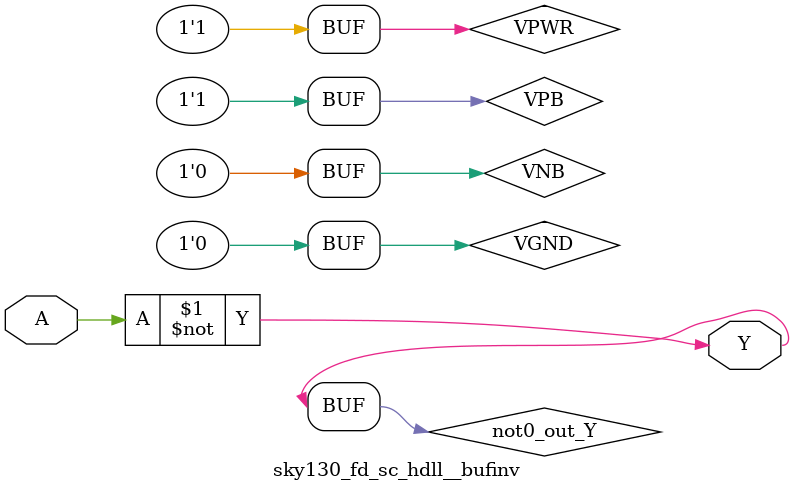
<source format=v>
/*
 * Copyright 2020 The SkyWater PDK Authors
 *
 * Licensed under the Apache License, Version 2.0 (the "License");
 * you may not use this file except in compliance with the License.
 * You may obtain a copy of the License at
 *
 *     https://www.apache.org/licenses/LICENSE-2.0
 *
 * Unless required by applicable law or agreed to in writing, software
 * distributed under the License is distributed on an "AS IS" BASIS,
 * WITHOUT WARRANTIES OR CONDITIONS OF ANY KIND, either express or implied.
 * See the License for the specific language governing permissions and
 * limitations under the License.
 *
 * SPDX-License-Identifier: Apache-2.0
*/


`ifndef SKY130_FD_SC_HDLL__BUFINV_TIMING_V
`define SKY130_FD_SC_HDLL__BUFINV_TIMING_V

/**
 * bufinv: Buffer followed by inverter.
 *
 * Verilog simulation timing model.
 */

`timescale 1ns / 1ps
`default_nettype none

`celldefine
module sky130_fd_sc_hdll__bufinv (
    Y,
    A
);

    // Module ports
    output Y;
    input  A;

    // Module supplies
    supply1 VPWR;
    supply0 VGND;
    supply1 VPB ;
    supply0 VNB ;

    // Local signals
    wire not0_out_Y;

    //  Name  Output      Other arguments
    not not0 (not0_out_Y, A              );
    buf buf0 (Y         , not0_out_Y     );

endmodule
`endcelldefine

`default_nettype wire
`endif  // SKY130_FD_SC_HDLL__BUFINV_TIMING_V

</source>
